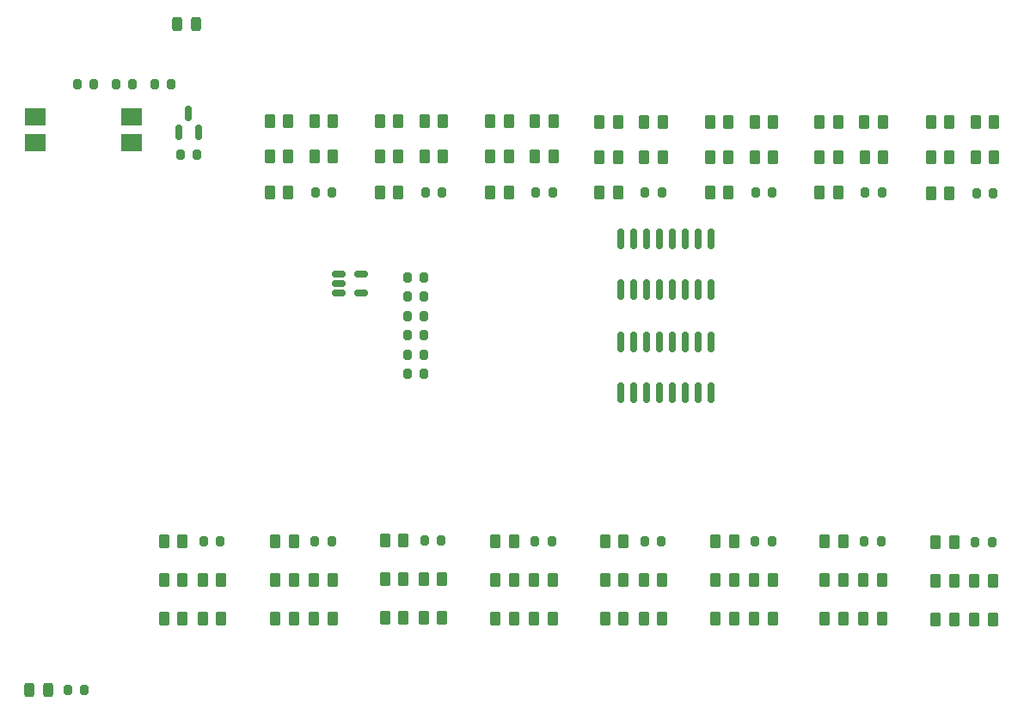
<source format=gbr>
%TF.GenerationSoftware,KiCad,Pcbnew,(6.0.0-0)*%
%TF.CreationDate,2023-01-03T08:47:46+01:00*%
%TF.ProjectId,epanel-energy-monitor,6570616e-656c-42d6-956e-657267792d6d,rev?*%
%TF.SameCoordinates,Original*%
%TF.FileFunction,Paste,Top*%
%TF.FilePolarity,Positive*%
%FSLAX46Y46*%
G04 Gerber Fmt 4.6, Leading zero omitted, Abs format (unit mm)*
G04 Created by KiCad (PCBNEW (6.0.0-0)) date 2023-01-03 08:47:46*
%MOMM*%
%LPD*%
G01*
G04 APERTURE LIST*
G04 Aperture macros list*
%AMRoundRect*
0 Rectangle with rounded corners*
0 $1 Rounding radius*
0 $2 $3 $4 $5 $6 $7 $8 $9 X,Y pos of 4 corners*
0 Add a 4 corners polygon primitive as box body*
4,1,4,$2,$3,$4,$5,$6,$7,$8,$9,$2,$3,0*
0 Add four circle primitives for the rounded corners*
1,1,$1+$1,$2,$3*
1,1,$1+$1,$4,$5*
1,1,$1+$1,$6,$7*
1,1,$1+$1,$8,$9*
0 Add four rect primitives between the rounded corners*
20,1,$1+$1,$2,$3,$4,$5,0*
20,1,$1+$1,$4,$5,$6,$7,0*
20,1,$1+$1,$6,$7,$8,$9,0*
20,1,$1+$1,$8,$9,$2,$3,0*%
G04 Aperture macros list end*
%ADD10RoundRect,0.250000X0.262500X0.450000X-0.262500X0.450000X-0.262500X-0.450000X0.262500X-0.450000X0*%
%ADD11RoundRect,0.250000X-0.262500X-0.450000X0.262500X-0.450000X0.262500X0.450000X-0.262500X0.450000X0*%
%ADD12RoundRect,0.200000X0.200000X0.275000X-0.200000X0.275000X-0.200000X-0.275000X0.200000X-0.275000X0*%
%ADD13RoundRect,0.200000X-0.200000X-0.275000X0.200000X-0.275000X0.200000X0.275000X-0.200000X0.275000X0*%
%ADD14RoundRect,0.243750X0.243750X0.456250X-0.243750X0.456250X-0.243750X-0.456250X0.243750X-0.456250X0*%
%ADD15RoundRect,0.150000X0.150000X-0.825000X0.150000X0.825000X-0.150000X0.825000X-0.150000X-0.825000X0*%
%ADD16R,2.000000X1.780000*%
%ADD17RoundRect,0.150000X0.150000X-0.587500X0.150000X0.587500X-0.150000X0.587500X-0.150000X-0.587500X0*%
%ADD18RoundRect,0.150000X-0.512500X-0.150000X0.512500X-0.150000X0.512500X0.150000X-0.512500X0.150000X0*%
G04 APERTURE END LIST*
D10*
%TO.C,R30*%
X162283500Y-52609600D03*
X160458500Y-52609600D03*
%TD*%
%TO.C,R72*%
X152042500Y-93980000D03*
X150217500Y-93980000D03*
%TD*%
%TO.C,R96*%
X195403380Y-94057380D03*
X193578380Y-94057380D03*
%TD*%
%TO.C,R18*%
X140642700Y-52558800D03*
X138817700Y-52558800D03*
%TD*%
%TO.C,R91*%
X184481380Y-97816580D03*
X182656380Y-97816580D03*
%TD*%
%TO.C,R97*%
X195403380Y-97867380D03*
X193578380Y-97867380D03*
%TD*%
%TO.C,R32*%
X162289900Y-59620000D03*
X160464900Y-59620000D03*
%TD*%
%TO.C,R55*%
X119406580Y-97816580D03*
X117581580Y-97816580D03*
%TD*%
%TO.C,R54*%
X119406580Y-94006580D03*
X117581580Y-94006580D03*
%TD*%
D11*
%TO.C,R34*%
X164874900Y-56128000D03*
X166699900Y-56128000D03*
%TD*%
D12*
%TO.C,R35*%
X177477200Y-59620000D03*
X175827200Y-59620000D03*
%TD*%
%TO.C,R11*%
X134144800Y-59569200D03*
X132494800Y-59569200D03*
%TD*%
%TO.C,R9*%
X143192000Y-75560000D03*
X141542000Y-75560000D03*
%TD*%
D10*
%TO.C,R44*%
X183981500Y-59620000D03*
X182156500Y-59620000D03*
%TD*%
D13*
%TO.C,R6*%
X141542000Y-69850000D03*
X143192000Y-69850000D03*
%TD*%
D10*
%TO.C,R12*%
X129822300Y-52558800D03*
X127997300Y-52558800D03*
%TD*%
D12*
%TO.C,R8*%
X143192000Y-77465000D03*
X141542000Y-77465000D03*
%TD*%
%TO.C,R3*%
X114490000Y-48895000D03*
X112840000Y-48895000D03*
%TD*%
D10*
%TO.C,R80*%
X162840580Y-101626580D03*
X161015580Y-101626580D03*
%TD*%
D14*
%TO.C,D2*%
X120723900Y-43027600D03*
X118848900Y-43027600D03*
%TD*%
D10*
%TO.C,R98*%
X195403380Y-101677380D03*
X193578380Y-101677380D03*
%TD*%
%TO.C,R66*%
X141148980Y-93904980D03*
X139323980Y-93904980D03*
%TD*%
%TO.C,R67*%
X141148980Y-97714980D03*
X139323980Y-97714980D03*
%TD*%
%TO.C,R13*%
X129828700Y-56077200D03*
X128003700Y-56077200D03*
%TD*%
D12*
%TO.C,R77*%
X166563080Y-94006580D03*
X164913080Y-94006580D03*
%TD*%
%TO.C,R29*%
X166606000Y-59620000D03*
X164956000Y-59620000D03*
%TD*%
D15*
%TO.C,U2*%
X162560000Y-69150000D03*
X163830000Y-69150000D03*
X165100000Y-69150000D03*
X166370000Y-69150000D03*
X167640000Y-69150000D03*
X168910000Y-69150000D03*
X170180000Y-69150000D03*
X171450000Y-69150000D03*
X171450000Y-64200000D03*
X170180000Y-64200000D03*
X168910000Y-64200000D03*
X167640000Y-64200000D03*
X166370000Y-64200000D03*
X165100000Y-64200000D03*
X163830000Y-64200000D03*
X162560000Y-64200000D03*
%TD*%
D14*
%TO.C,D1*%
X106195100Y-108610400D03*
X104320100Y-108610400D03*
%TD*%
D13*
%TO.C,R10*%
X141542000Y-73655000D03*
X143192000Y-73655000D03*
%TD*%
D10*
%TO.C,R86*%
X173711780Y-101626580D03*
X171886780Y-101626580D03*
%TD*%
%TO.C,R90*%
X184481380Y-94006580D03*
X182656380Y-94006580D03*
%TD*%
D11*
%TO.C,R99*%
X197388380Y-97867380D03*
X199213380Y-97867380D03*
%TD*%
%TO.C,R51*%
X197512300Y-52628800D03*
X199337300Y-52628800D03*
%TD*%
%TO.C,R52*%
X197518700Y-56147200D03*
X199343700Y-56147200D03*
%TD*%
D16*
%TO.C,U1*%
X104861400Y-52171600D03*
X104861400Y-54711600D03*
X114391400Y-54711600D03*
X114391400Y-52171600D03*
%TD*%
D10*
%TO.C,R84*%
X173711780Y-94006580D03*
X171886780Y-94006580D03*
%TD*%
D17*
%TO.C,Q1*%
X119065000Y-53642500D03*
X120965000Y-53642500D03*
X120015000Y-51767500D03*
%TD*%
D11*
%TO.C,R22*%
X143234100Y-56077200D03*
X145059100Y-56077200D03*
%TD*%
D10*
%TO.C,R92*%
X184481380Y-101626580D03*
X182656380Y-101626580D03*
%TD*%
D11*
%TO.C,R81*%
X164825580Y-97816580D03*
X166650580Y-97816580D03*
%TD*%
D10*
%TO.C,R25*%
X151520300Y-56077200D03*
X149695300Y-56077200D03*
%TD*%
D12*
%TO.C,R7*%
X110680000Y-48895000D03*
X109030000Y-48895000D03*
%TD*%
D11*
%TO.C,R57*%
X121391580Y-97816580D03*
X123216580Y-97816580D03*
%TD*%
D12*
%TO.C,R17*%
X144965200Y-59569200D03*
X143315200Y-59569200D03*
%TD*%
D10*
%TO.C,R60*%
X130379380Y-93955780D03*
X128554380Y-93955780D03*
%TD*%
D13*
%TO.C,R2*%
X116650000Y-48895000D03*
X118300000Y-48895000D03*
%TD*%
D15*
%TO.C,U3*%
X162560000Y-79310000D03*
X163830000Y-79310000D03*
X165100000Y-79310000D03*
X166370000Y-79310000D03*
X167640000Y-79310000D03*
X168910000Y-79310000D03*
X170180000Y-79310000D03*
X171450000Y-79310000D03*
X171450000Y-74360000D03*
X170180000Y-74360000D03*
X168910000Y-74360000D03*
X167640000Y-74360000D03*
X166370000Y-74360000D03*
X165100000Y-74360000D03*
X163830000Y-74360000D03*
X162560000Y-74360000D03*
%TD*%
D10*
%TO.C,R43*%
X183981500Y-56128000D03*
X182156500Y-56128000D03*
%TD*%
D12*
%TO.C,R5*%
X143192000Y-67945000D03*
X141542000Y-67945000D03*
%TD*%
%TO.C,R4*%
X120840000Y-55880000D03*
X119190000Y-55880000D03*
%TD*%
D10*
%TO.C,R85*%
X173711780Y-97816580D03*
X171886780Y-97816580D03*
%TD*%
%TO.C,R36*%
X173154700Y-52609600D03*
X171329700Y-52609600D03*
%TD*%
%TO.C,R14*%
X129828700Y-59569200D03*
X128003700Y-59569200D03*
%TD*%
D11*
%TO.C,R82*%
X164825580Y-101626580D03*
X166650580Y-101626580D03*
%TD*%
D10*
%TO.C,R62*%
X130379380Y-101575780D03*
X128554380Y-101575780D03*
%TD*%
D11*
%TO.C,R40*%
X175746100Y-56128000D03*
X177571100Y-56128000D03*
%TD*%
D10*
%TO.C,R56*%
X119406580Y-101626580D03*
X117581580Y-101626580D03*
%TD*%
%TO.C,R31*%
X162289900Y-56128000D03*
X160464900Y-56128000D03*
%TD*%
D11*
%TO.C,R28*%
X154105300Y-56077200D03*
X155930300Y-56077200D03*
%TD*%
D10*
%TO.C,R74*%
X152042500Y-101600000D03*
X150217500Y-101600000D03*
%TD*%
%TO.C,R61*%
X130379380Y-97765780D03*
X128554380Y-97765780D03*
%TD*%
D11*
%TO.C,R88*%
X175696780Y-101626580D03*
X177521780Y-101626580D03*
%TD*%
%TO.C,R46*%
X186566500Y-56128000D03*
X188391500Y-56128000D03*
%TD*%
D12*
%TO.C,R83*%
X177434280Y-94006580D03*
X175784280Y-94006580D03*
%TD*%
D11*
%TO.C,R76*%
X154027500Y-101600000D03*
X155852500Y-101600000D03*
%TD*%
%TO.C,R94*%
X186466380Y-101626580D03*
X188291380Y-101626580D03*
%TD*%
D12*
%TO.C,R23*%
X155836400Y-59569200D03*
X154186400Y-59569200D03*
%TD*%
D10*
%TO.C,R68*%
X141148980Y-101524980D03*
X139323980Y-101524980D03*
%TD*%
D11*
%TO.C,R15*%
X132407300Y-52558800D03*
X134232300Y-52558800D03*
%TD*%
D12*
%TO.C,R89*%
X188203880Y-94006580D03*
X186553880Y-94006580D03*
%TD*%
D11*
%TO.C,R33*%
X164868500Y-52609600D03*
X166693500Y-52609600D03*
%TD*%
D12*
%TO.C,C1*%
X143192000Y-71755000D03*
X141542000Y-71755000D03*
%TD*%
D11*
%TO.C,R58*%
X121391580Y-101626580D03*
X123216580Y-101626580D03*
%TD*%
%TO.C,R100*%
X197388380Y-101677380D03*
X199213380Y-101677380D03*
%TD*%
D12*
%TO.C,R71*%
X155765000Y-93980000D03*
X154115000Y-93980000D03*
%TD*%
D10*
%TO.C,R19*%
X140649100Y-56077200D03*
X138824100Y-56077200D03*
%TD*%
D11*
%TO.C,R64*%
X132364380Y-101575780D03*
X134189380Y-101575780D03*
%TD*%
D10*
%TO.C,R79*%
X162840580Y-97816580D03*
X161015580Y-97816580D03*
%TD*%
D11*
%TO.C,R93*%
X186466380Y-97816580D03*
X188291380Y-97816580D03*
%TD*%
%TO.C,R45*%
X186560100Y-52609600D03*
X188385100Y-52609600D03*
%TD*%
%TO.C,R39*%
X175739700Y-52609600D03*
X177564700Y-52609600D03*
%TD*%
D10*
%TO.C,R50*%
X194933700Y-59639200D03*
X193108700Y-59639200D03*
%TD*%
%TO.C,R38*%
X173161100Y-59620000D03*
X171336100Y-59620000D03*
%TD*%
D11*
%TO.C,R87*%
X175696780Y-97816580D03*
X177521780Y-97816580D03*
%TD*%
D12*
%TO.C,R1*%
X109740200Y-108610400D03*
X108090200Y-108610400D03*
%TD*%
D10*
%TO.C,R24*%
X151513900Y-52558800D03*
X149688900Y-52558800D03*
%TD*%
D11*
%TO.C,R75*%
X154027500Y-97790000D03*
X155852500Y-97790000D03*
%TD*%
D12*
%TO.C,R47*%
X199249800Y-59639200D03*
X197599800Y-59639200D03*
%TD*%
%TO.C,R95*%
X199125880Y-94057380D03*
X197475880Y-94057380D03*
%TD*%
D10*
%TO.C,R48*%
X194927300Y-52628800D03*
X193102300Y-52628800D03*
%TD*%
%TO.C,R37*%
X173161100Y-56128000D03*
X171336100Y-56128000D03*
%TD*%
D12*
%TO.C,R53*%
X123129080Y-94006580D03*
X121479080Y-94006580D03*
%TD*%
D11*
%TO.C,R21*%
X143227700Y-52558800D03*
X145052700Y-52558800D03*
%TD*%
%TO.C,R27*%
X154098900Y-52558800D03*
X155923900Y-52558800D03*
%TD*%
D12*
%TO.C,R41*%
X188297600Y-59620000D03*
X186647600Y-59620000D03*
%TD*%
D11*
%TO.C,R70*%
X143133980Y-101524980D03*
X144958980Y-101524980D03*
%TD*%
%TO.C,R63*%
X132364380Y-97765780D03*
X134189380Y-97765780D03*
%TD*%
D10*
%TO.C,R20*%
X140649100Y-59569200D03*
X138824100Y-59569200D03*
%TD*%
D11*
%TO.C,R16*%
X132413700Y-56077200D03*
X134238700Y-56077200D03*
%TD*%
%TO.C,R69*%
X143133980Y-97714980D03*
X144958980Y-97714980D03*
%TD*%
D10*
%TO.C,R42*%
X183975100Y-52609600D03*
X182150100Y-52609600D03*
%TD*%
D12*
%TO.C,R59*%
X134101880Y-93955780D03*
X132451880Y-93955780D03*
%TD*%
D10*
%TO.C,R73*%
X152042500Y-97790000D03*
X150217500Y-97790000D03*
%TD*%
%TO.C,R26*%
X151520300Y-59569200D03*
X149695300Y-59569200D03*
%TD*%
D18*
%TO.C,U4*%
X134752500Y-67630000D03*
X134752500Y-68580000D03*
X134752500Y-69530000D03*
X137027500Y-69530000D03*
X137027500Y-67630000D03*
%TD*%
D10*
%TO.C,R78*%
X162840580Y-94006580D03*
X161015580Y-94006580D03*
%TD*%
D12*
%TO.C,R65*%
X144871480Y-93904980D03*
X143221480Y-93904980D03*
%TD*%
D10*
%TO.C,R49*%
X194933700Y-56147200D03*
X193108700Y-56147200D03*
%TD*%
M02*

</source>
